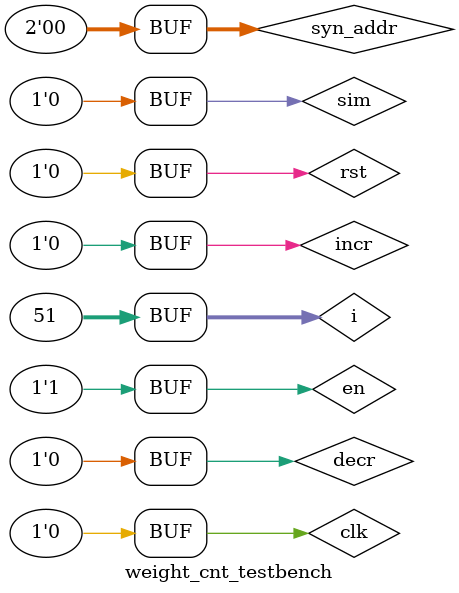
<source format=v>
module weight_cnt(clk,rst, en, incr, decr, sim, syn_addr, we, syn_weight);
	input clk,rst, en, incr, decr, sim; 								// single bit inputs
	input [1:0] syn_addr;
	parameter N_NEURONS=4;

	output reg we; 															//write enabled
	output reg [10:0] syn_weight; 										// 11 bit weight value
	reg [10:0] memory [N_NEURONS-1:0];
	integer i;

	always @ (posedge clk, posedge rst) begin
				if (rst) begin
						we <= 1'b1;												// Start writing
						syn_weight = 11'b00000000000;
						for (i=0; i<N_NEURONS; i= i+1)begin				// Define memory
							memory[i] = 11'b00000000000;
						end
				end
				
            else begin
					if (en && incr && sim) begin
						 memory[syn_addr] = memory[syn_addr] + 1;
						 syn_weight = memory[syn_addr];
					  end
					  
					else if (en && decr && sim) begin
						 memory[syn_addr] = memory[syn_addr] - 1;
						 syn_weight = memory[syn_addr];
					  end  
					  
					if(sim) begin
						we <= 1'b1;
						end
					else begin
						we <= 1'b0;
						end
				end
	end
			
endmodule


module weight_cnt_testbench();
	reg clk, rst, en, incr, decr, sim;
	reg [1:0] syn_addr;
	wire we;
	wire [10:0] syn_weight;
	integer i;
	
	weight_cnt dut (.clk(clk),
						 .rst(rst),
						 .en(en),
						 .incr(incr),
						 .decr(decr),
						 .sim(sim),
						 .syn_addr(syn_addr),
						 .we(we),
						 .syn_weight(syn_weight)
						);
	
	initial begin
		clk = 1'b0;
		rst = 1'b1;
		en = 1'b1;
		incr = 1'b0;
		decr = 1'b0;
		sim = 1'b0;
		syn_addr = 2'b00;
		
		#10;
		rst = 1'b0;
		incr = 1'b1;
		# 40;
		sim = 1'b1;
		# 40;
		sim = 1'b0;
		# 20;
		incr = 1'b0;
		#20;
		
		rst = 1'b1;
		#20;
		rst = 1'b0;
		decr = 1'b1;
		# 40;
		sim = 1'b1;
		# 40;
		sim = 1'b0;
		# 20;
		decr = 1'b0;
		#20;	
	end
	
	// Create a clock that switches every 10 timepoints
	initial begin
			clk  = 1'b0;
			for(i = 0; i<=50; i = i+1) begin
				#10 clk = ~clk; 
			end
	end
	
endmodule

</source>
